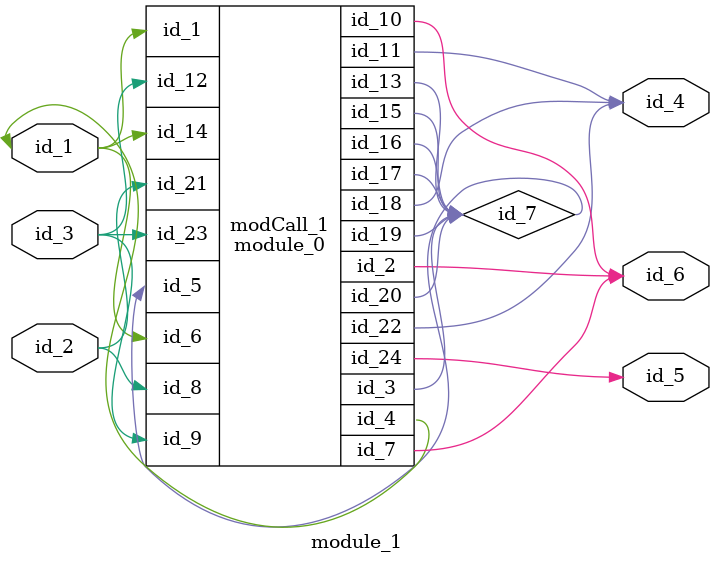
<source format=v>
module module_0 (
    id_1,
    id_2,
    id_3,
    id_4,
    id_5,
    id_6,
    id_7,
    id_8,
    id_9,
    id_10,
    id_11,
    id_12,
    id_13,
    id_14,
    id_15,
    id_16,
    id_17,
    id_18,
    id_19,
    id_20,
    id_21,
    id_22,
    id_23,
    id_24
);
  output wire id_24;
  input wire id_23;
  output wire id_22;
  input wire id_21;
  output wire id_20;
  inout wire id_19;
  output wire id_18;
  output wire id_17;
  inout wire id_16;
  inout wire id_15;
  input wire id_14;
  output wire id_13;
  input wire id_12;
  output wire id_11;
  output wire id_10;
  input wire id_9;
  input wire id_8;
  output wire id_7;
  input wire id_6;
  input wire id_5;
  output wire id_4;
  inout wire id_3;
  output wire id_2;
  input wire id_1;
  wire id_25;
  wire id_26 = id_9;
endmodule
module module_1 (
    id_1,
    id_2,
    id_3,
    id_4,
    id_5,
    id_6
);
  output wire id_6;
  output wire id_5;
  output wire id_4;
  input wire id_3;
  input wire id_2;
  inout wire id_1;
  wire id_7;
  module_0 modCall_1 (
      id_1,
      id_6,
      id_7,
      id_1,
      id_7,
      id_1,
      id_6,
      id_2,
      id_3,
      id_6,
      id_4,
      id_3,
      id_7,
      id_1,
      id_7,
      id_7,
      id_7,
      id_4,
      id_7,
      id_7,
      id_2,
      id_4,
      id_3,
      id_5
  );
  wire id_8;
endmodule

</source>
